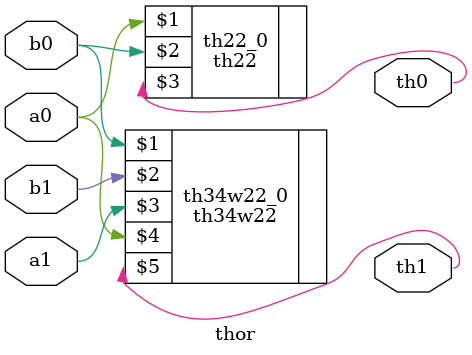
<source format=v>
module thor(a0, a1, b0, b1, th0, th1);

input wire a0, a1, b0, b1;
output wire th0, th1;

th22 th22_0(a0, b0, th0);
th34w22 th34w22_0(b0, b1, a1, a0, th1);

endmodule

</source>
